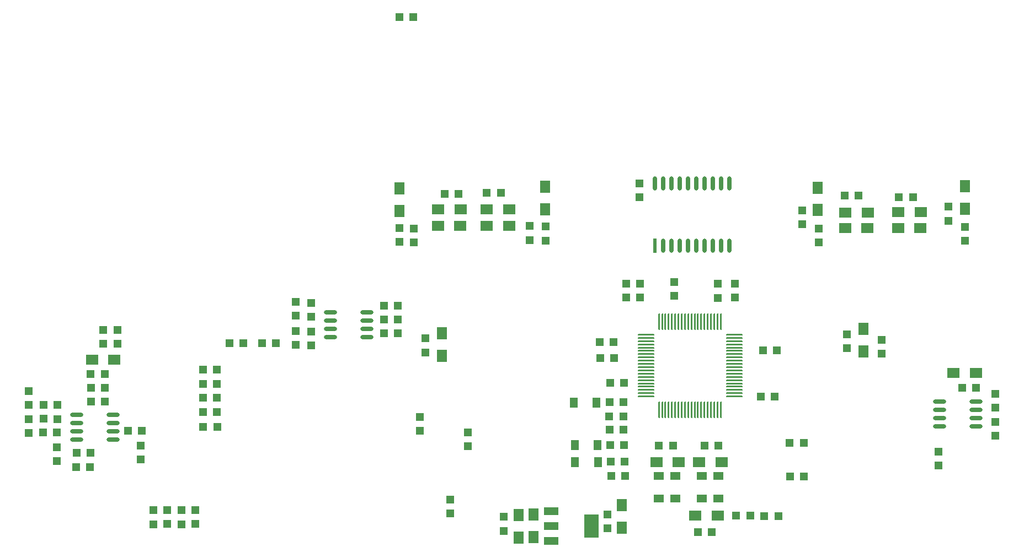
<source format=gtp>
%FSLAX25Y25*%
%MOIN*%
G70*
G01*
G75*
G04 Layer_Color=8421504*
%ADD10R,0.05000X0.05000*%
%ADD11R,0.07520X0.05903*%
%ADD12O,0.08000X0.02400*%
%ADD13R,0.05000X0.05000*%
%ADD14O,0.10039X0.01000*%
%ADD15O,0.01000X0.10039*%
%ADD16R,0.05000X0.06000*%
%ADD17R,0.08800X0.14200*%
%ADD18R,0.08800X0.04800*%
%ADD19R,0.05903X0.07520*%
%ADD20R,0.06000X0.05000*%
%ADD21R,0.02400X0.08600*%
%ADD22O,0.02400X0.08600*%
%ADD23C,0.05000*%
%ADD24C,0.01000*%
%ADD25C,0.01500*%
%ADD26C,0.02000*%
%ADD27C,0.03000*%
%ADD28C,0.07874*%
%ADD29R,0.23622X0.23622*%
%ADD30C,0.23622*%
%ADD31C,0.39370*%
%ADD32O,0.10000X0.07000*%
%ADD33R,0.10000X0.07000*%
%ADD34C,0.07000*%
%ADD35R,0.06500X0.06500*%
%ADD36C,0.06500*%
%ADD37C,0.07500*%
%ADD38R,0.07500X0.07500*%
%ADD39C,0.15748*%
%ADD40C,0.05906*%
%ADD41R,0.05906X0.05906*%
%ADD42C,0.07873*%
%ADD43R,0.07873X0.07873*%
%ADD44R,0.13780X0.13780*%
%ADD45O,0.06000X0.07000*%
%ADD46R,0.06000X0.07000*%
%ADD47C,0.09200*%
%ADD48R,0.09200X0.09200*%
%ADD49C,0.05000*%
%ADD50C,0.02362*%
%ADD51C,0.00984*%
%ADD52C,0.00800*%
%ADD53C,0.00600*%
%ADD54C,0.00787*%
%ADD55C,0.00500*%
%ADD56R,0.05700X0.04000*%
%ADD57R,0.02100X0.01300*%
%ADD58R,0.01000X0.01000*%
%ADD59R,0.03900X0.01800*%
%ADD60R,0.03600X0.01600*%
%ADD61R,0.02700X0.01200*%
%ADD62R,0.02100X0.01100*%
%ADD63R,0.06100X0.03400*%
%ADD64R,0.01100X0.01500*%
%ADD65R,0.01100X0.00800*%
%ADD66R,0.04900X0.02100*%
%ADD67R,0.03600X0.01700*%
%ADD68R,0.01900X0.01300*%
%ADD69R,0.01800X0.01900*%
%ADD70R,0.01600X0.01300*%
D10*
X5499500Y2503000D02*
D03*
X5491100D02*
D03*
X5562100Y2386600D02*
D03*
X5570500D02*
D03*
X5448900Y2381200D02*
D03*
X5440500D02*
D03*
X5450300Y2409400D02*
D03*
X5441900D02*
D03*
X5343400Y2404500D02*
D03*
X5351800D02*
D03*
X5442700Y2309100D02*
D03*
X5451100D02*
D03*
X5410900Y2299200D02*
D03*
X5402500D02*
D03*
X5357600Y2377900D02*
D03*
X5349200D02*
D03*
X5349000Y2369200D02*
D03*
X5357400D02*
D03*
X5387400Y2351600D02*
D03*
X5379000D02*
D03*
X5358200Y2341900D02*
D03*
X5349800D02*
D03*
X5350100Y2333300D02*
D03*
X5358500D02*
D03*
X5283400Y2504500D02*
D03*
X5275000D02*
D03*
X5257800Y2504000D02*
D03*
X5249400D02*
D03*
X5221300Y2419500D02*
D03*
X5212900D02*
D03*
Y2427900D02*
D03*
X5221300D02*
D03*
Y2436200D02*
D03*
X5212900D02*
D03*
X5147700Y2413700D02*
D03*
X5139300D02*
D03*
X5127900Y2413600D02*
D03*
X5119500D02*
D03*
X5103500Y2397700D02*
D03*
X5111900D02*
D03*
X5112000Y2389100D02*
D03*
X5103600D02*
D03*
X5112000Y2380700D02*
D03*
X5103600D02*
D03*
X5112000Y2371900D02*
D03*
X5103600D02*
D03*
X5112100Y2363100D02*
D03*
X5103700D02*
D03*
X5035700Y2395000D02*
D03*
X5044100D02*
D03*
X5044300Y2386600D02*
D03*
X5035900D02*
D03*
X5044300Y2378200D02*
D03*
X5035900D02*
D03*
X5066700Y2360500D02*
D03*
X5058300D02*
D03*
X5027200Y2347300D02*
D03*
X5035600D02*
D03*
X5006900Y2359500D02*
D03*
X5015300D02*
D03*
X5026800Y2338500D02*
D03*
X5035200D02*
D03*
X5357900Y2352000D02*
D03*
X5349500D02*
D03*
X5349100Y2361200D02*
D03*
X5357500D02*
D03*
X5425700Y2309200D02*
D03*
X5434100D02*
D03*
X5343300Y2414200D02*
D03*
X5351700D02*
D03*
X5349400Y2389500D02*
D03*
X5357800D02*
D03*
X5414900Y2351700D02*
D03*
X5406500D02*
D03*
X5466400Y2353300D02*
D03*
X5458000D02*
D03*
X5466600Y2333100D02*
D03*
X5458200D02*
D03*
X5532400Y2502000D02*
D03*
X5524000D02*
D03*
X5222100Y2610900D02*
D03*
X5230500D02*
D03*
D11*
X5570600Y2395500D02*
D03*
X5557000D02*
D03*
X5414500Y2309200D02*
D03*
X5400900D02*
D03*
X5245700Y2494500D02*
D03*
X5259300D02*
D03*
X5036400Y2403600D02*
D03*
X5050000D02*
D03*
X5416900Y2341700D02*
D03*
X5403300D02*
D03*
X5391000Y2341600D02*
D03*
X5377400D02*
D03*
X5491400Y2483200D02*
D03*
X5505000D02*
D03*
X5245400Y2484500D02*
D03*
X5259000D02*
D03*
X5523400Y2483200D02*
D03*
X5537000D02*
D03*
X5523500Y2493000D02*
D03*
X5537100D02*
D03*
X5275000Y2494500D02*
D03*
X5288600D02*
D03*
X5275000Y2484500D02*
D03*
X5288600D02*
D03*
X5491700Y2492800D02*
D03*
X5505300D02*
D03*
D12*
X5570700Y2378300D02*
D03*
Y2373300D02*
D03*
Y2368300D02*
D03*
X5548700Y2363300D02*
D03*
Y2368300D02*
D03*
Y2373300D02*
D03*
Y2378300D02*
D03*
X5570700Y2363300D02*
D03*
X5202400Y2417300D02*
D03*
Y2422300D02*
D03*
Y2427300D02*
D03*
X5180400Y2432300D02*
D03*
Y2427300D02*
D03*
Y2422300D02*
D03*
Y2417300D02*
D03*
X5202400Y2432300D02*
D03*
X5049214Y2370281D02*
D03*
Y2365281D02*
D03*
Y2360281D02*
D03*
X5027214Y2355281D02*
D03*
Y2360281D02*
D03*
Y2365281D02*
D03*
Y2370281D02*
D03*
X5049214Y2355281D02*
D03*
D13*
X5582300Y2357500D02*
D03*
Y2365900D02*
D03*
X5547800Y2348000D02*
D03*
Y2339600D02*
D03*
X5388300Y2442400D02*
D03*
Y2450800D02*
D03*
X5359100Y2441300D02*
D03*
Y2449700D02*
D03*
X5367400Y2441300D02*
D03*
Y2449700D02*
D03*
X5348000Y2309900D02*
D03*
Y2301500D02*
D03*
X5285100Y2308500D02*
D03*
Y2300100D02*
D03*
X5253000Y2319000D02*
D03*
Y2310600D02*
D03*
X5234500Y2368900D02*
D03*
Y2360500D02*
D03*
X5263600Y2351400D02*
D03*
Y2359800D02*
D03*
X5168900Y2438100D02*
D03*
Y2429700D02*
D03*
X5159500Y2430400D02*
D03*
Y2438800D02*
D03*
X5159700Y2420900D02*
D03*
Y2412500D02*
D03*
X5168900Y2420800D02*
D03*
Y2412400D02*
D03*
X5066000Y2351700D02*
D03*
Y2343300D02*
D03*
X5099000Y2312600D02*
D03*
Y2304200D02*
D03*
X5090500Y2312500D02*
D03*
Y2304100D02*
D03*
X5082000Y2312600D02*
D03*
Y2304200D02*
D03*
X5073500Y2312500D02*
D03*
Y2304100D02*
D03*
X5015200Y2350800D02*
D03*
Y2342400D02*
D03*
X5015700Y2376200D02*
D03*
Y2367800D02*
D03*
X5007200Y2368000D02*
D03*
Y2376400D02*
D03*
X4998300Y2359200D02*
D03*
Y2367600D02*
D03*
X4998100Y2376300D02*
D03*
Y2384700D02*
D03*
X5051800Y2421700D02*
D03*
Y2413300D02*
D03*
X5043200Y2421600D02*
D03*
Y2413200D02*
D03*
X5582300Y2374500D02*
D03*
Y2382900D02*
D03*
X5414600Y2449500D02*
D03*
Y2441100D02*
D03*
X5424900Y2441200D02*
D03*
Y2449600D02*
D03*
X5513700Y2407400D02*
D03*
Y2415800D02*
D03*
X5367300Y2502000D02*
D03*
Y2510400D02*
D03*
X5492400Y2410700D02*
D03*
Y2419100D02*
D03*
X5237800Y2408100D02*
D03*
Y2416500D02*
D03*
X5553800Y2496200D02*
D03*
Y2487800D02*
D03*
X5465600Y2494000D02*
D03*
Y2485600D02*
D03*
X5230900Y2474700D02*
D03*
Y2483100D02*
D03*
X5300900Y2476100D02*
D03*
Y2484500D02*
D03*
X5310400Y2475800D02*
D03*
Y2484200D02*
D03*
X5222300Y2475000D02*
D03*
Y2483400D02*
D03*
X5475500Y2482900D02*
D03*
Y2474500D02*
D03*
X5563800Y2484100D02*
D03*
Y2475700D02*
D03*
D14*
X5371106Y2381272D02*
D03*
Y2383241D02*
D03*
Y2385209D02*
D03*
Y2387178D02*
D03*
Y2389146D02*
D03*
Y2391115D02*
D03*
Y2393083D02*
D03*
Y2395052D02*
D03*
Y2397020D02*
D03*
Y2398989D02*
D03*
Y2400957D02*
D03*
Y2402926D02*
D03*
Y2404894D02*
D03*
Y2406863D02*
D03*
Y2408831D02*
D03*
Y2410800D02*
D03*
Y2412768D02*
D03*
Y2414737D02*
D03*
Y2416705D02*
D03*
Y2418674D02*
D03*
X5424452D02*
D03*
Y2416705D02*
D03*
Y2414737D02*
D03*
Y2412768D02*
D03*
Y2410800D02*
D03*
Y2408831D02*
D03*
Y2406863D02*
D03*
Y2404894D02*
D03*
Y2402926D02*
D03*
Y2400957D02*
D03*
Y2398989D02*
D03*
Y2397020D02*
D03*
Y2395052D02*
D03*
Y2393083D02*
D03*
Y2391115D02*
D03*
Y2389146D02*
D03*
Y2387178D02*
D03*
Y2385209D02*
D03*
Y2383241D02*
D03*
Y2381272D02*
D03*
D15*
X5379078Y2426646D02*
D03*
X5381047D02*
D03*
X5383015D02*
D03*
X5384983D02*
D03*
X5386952D02*
D03*
X5388921D02*
D03*
X5390889D02*
D03*
X5392858D02*
D03*
X5394826D02*
D03*
X5396795D02*
D03*
X5398763D02*
D03*
X5400732D02*
D03*
X5402700D02*
D03*
X5404668D02*
D03*
X5406637D02*
D03*
X5408606D02*
D03*
X5410574D02*
D03*
X5412543D02*
D03*
X5414511D02*
D03*
X5416479D02*
D03*
Y2373300D02*
D03*
X5414511D02*
D03*
X5412543D02*
D03*
X5410574D02*
D03*
X5408606D02*
D03*
X5406637D02*
D03*
X5404668D02*
D03*
X5402700D02*
D03*
X5400732D02*
D03*
X5398763D02*
D03*
X5396795D02*
D03*
X5394826D02*
D03*
X5392858D02*
D03*
X5390889D02*
D03*
X5388921D02*
D03*
X5386952D02*
D03*
X5384983D02*
D03*
X5383015D02*
D03*
X5381047D02*
D03*
X5379078D02*
D03*
D16*
X5328100Y2352100D02*
D03*
X5341880D02*
D03*
X5328320Y2341700D02*
D03*
X5342100D02*
D03*
X5327520Y2377700D02*
D03*
X5341300D02*
D03*
D17*
X5338200Y2303100D02*
D03*
D18*
X5313800Y2294100D02*
D03*
Y2303100D02*
D03*
Y2312100D02*
D03*
D19*
X5303300Y2309900D02*
D03*
Y2296300D02*
D03*
X5294300Y2309700D02*
D03*
Y2296100D02*
D03*
X5356700Y2315500D02*
D03*
Y2301900D02*
D03*
X5563800Y2494900D02*
D03*
Y2508500D02*
D03*
X5474900Y2494200D02*
D03*
Y2507800D02*
D03*
X5222300Y2493800D02*
D03*
Y2507400D02*
D03*
X5310100Y2494600D02*
D03*
Y2508200D02*
D03*
X5502400Y2422300D02*
D03*
Y2408700D02*
D03*
X5247800Y2419700D02*
D03*
Y2406100D02*
D03*
D20*
X5379000Y2333380D02*
D03*
Y2319600D02*
D03*
X5404900Y2333479D02*
D03*
Y2319700D02*
D03*
X5414900Y2333479D02*
D03*
Y2319700D02*
D03*
X5389000Y2333380D02*
D03*
Y2319600D02*
D03*
D21*
X5376700Y2472800D02*
D03*
D22*
X5381700D02*
D03*
X5386700D02*
D03*
X5391700D02*
D03*
X5396700D02*
D03*
X5401700D02*
D03*
X5406700D02*
D03*
X5411700D02*
D03*
X5416700D02*
D03*
X5421700D02*
D03*
Y2510300D02*
D03*
X5416700D02*
D03*
X5411700D02*
D03*
X5406700D02*
D03*
X5401700D02*
D03*
X5396700D02*
D03*
X5391700D02*
D03*
X5386700D02*
D03*
X5381700D02*
D03*
X5376700D02*
D03*
M02*

</source>
